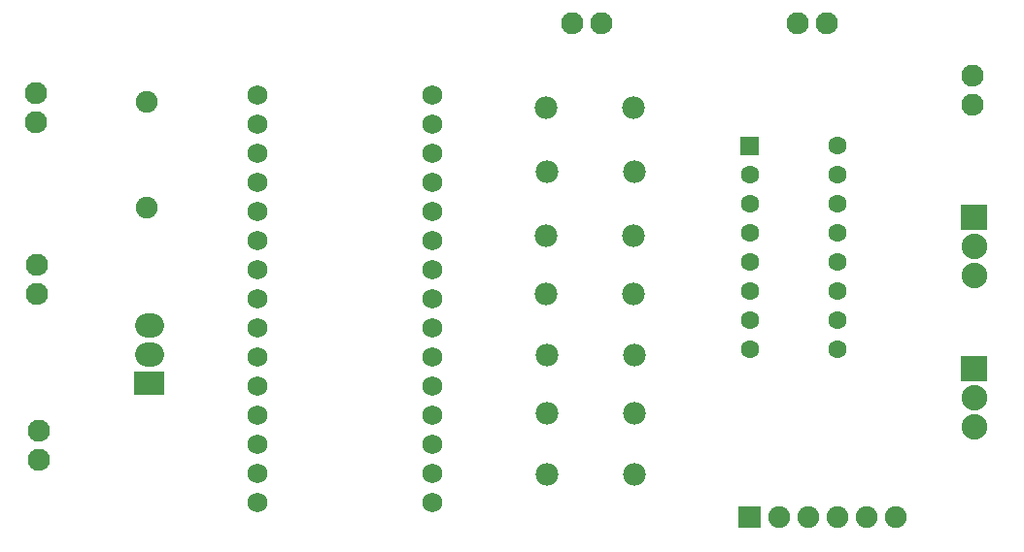
<source format=gts>
G04 Layer: TopSolderMaskLayer*
G04 EasyEDA v6.4.32, 2023-09-15 19:51:39*
G04 497bf7e82d6e43ea953c9b51e4a9abc3,83cefa92b6ce4236bac46178dd46d778,10*
G04 Gerber Generator version 0.2*
G04 Scale: 100 percent, Rotated: No, Reflected: No *
G04 Dimensions in millimeters *
G04 leading zeros omitted , absolute positions ,4 integer and 5 decimal *
%FSLAX45Y45*%
%MOMM*%

%ADD28C,2.1016*%
%ADD31C,2.2352*%
%ADD32C,1.9016*%
%ADD34C,1.7272*%
%ADD35C,1.9302*%
%ADD36C,1.9812*%
%ADD38C,1.6027*%

%LPD*%
D28*
X-8559398Y7391400D02*
G01*
X-8509398Y7391400D01*
X-8559398Y7645400D02*
G01*
X-8509398Y7645400D01*
G36*
X-8664447Y7032244D02*
G01*
X-8664447Y7242555D01*
X-8404352Y7242555D01*
X-8404352Y7032244D01*
G37*
G36*
X-1457960Y8473439D02*
G01*
X-1457960Y8696960D01*
X-1234439Y8696960D01*
X-1234439Y8473439D01*
G37*
D31*
G01*
X-1346200Y8331200D03*
G01*
X-1346200Y8077200D03*
G36*
X-1457960Y7152639D02*
G01*
X-1457960Y7376160D01*
X-1234439Y7376160D01*
X-1234439Y7152639D01*
G37*
G01*
X-1346200Y7010400D03*
G01*
X-1346200Y6756400D03*
D32*
G01*
X-2032000Y5969000D03*
G01*
X-2286000Y5969000D03*
G01*
X-2540000Y5969000D03*
G01*
X-2794000Y5969000D03*
G01*
X-3048000Y5969000D03*
G36*
X-3396995Y5874004D02*
G01*
X-3396995Y6063995D01*
X-3207004Y6063995D01*
X-3207004Y5874004D01*
G37*
D34*
G01*
X-6069304Y6099708D03*
G01*
X-6069304Y8131708D03*
G01*
X-6069304Y7877708D03*
G01*
X-6069304Y7623708D03*
G01*
X-6069304Y7369708D03*
G01*
X-6069304Y7115708D03*
G01*
X-6069304Y6861708D03*
G01*
X-7593304Y9401708D03*
G01*
X-7593304Y7115708D03*
G01*
X-6069304Y8893708D03*
G01*
X-6069304Y9147708D03*
G01*
X-6069304Y8639708D03*
G01*
X-6069304Y8385708D03*
G01*
X-6069304Y6607708D03*
G01*
X-6069304Y6353708D03*
G01*
X-6069304Y9401708D03*
G01*
X-6069304Y9655708D03*
G01*
X-7593304Y7369708D03*
G01*
X-7593304Y6861708D03*
G01*
X-7593304Y7623708D03*
G01*
X-7593304Y8893708D03*
G01*
X-7593304Y8382000D03*
G01*
X-7593304Y7877708D03*
G01*
X-7593304Y6607708D03*
G01*
X-7593304Y9147708D03*
G01*
X-7593304Y8639708D03*
G01*
X-7593304Y8131708D03*
G01*
X-7593304Y6353708D03*
G01*
X-7593304Y6099708D03*
G01*
X-7593304Y9655708D03*
D35*
G01*
X-9525000Y9664700D03*
G01*
X-9525000Y9410700D03*
G01*
X-4597400Y10274300D03*
G01*
X-4851400Y10274300D03*
G01*
X-9512300Y8166100D03*
G01*
X-9512300Y7912100D03*
G01*
X-9499600Y6718300D03*
G01*
X-9499600Y6464300D03*
G01*
X-1358900Y9563100D03*
G01*
X-1358900Y9817100D03*
G01*
X-2628900Y10274300D03*
G01*
X-2882900Y10274300D03*
D36*
G01*
X-5067300Y6337300D03*
G01*
X-4305300Y6337300D03*
G01*
X-5080000Y8420100D03*
G01*
X-4318000Y8420100D03*
G01*
X-5080000Y7912100D03*
G01*
X-4318000Y7912100D03*
G01*
X-5067300Y7378700D03*
G01*
X-4305300Y7378700D03*
G01*
X-5067300Y6870700D03*
G01*
X-4305300Y6870700D03*
G01*
X-5067300Y8978900D03*
G01*
X-4305300Y8978900D03*
G01*
X-5080000Y9537700D03*
G01*
X-4318000Y9537700D03*
G36*
X-3382010Y9127236D02*
G01*
X-3382010Y9287510D01*
X-3221736Y9287510D01*
X-3221736Y9127236D01*
G37*
D38*
G01*
X-3302000Y8953500D03*
G01*
X-3302000Y8699500D03*
G01*
X-3302000Y8445500D03*
G01*
X-3302000Y8191500D03*
G01*
X-3302000Y7937500D03*
G01*
X-3302000Y7683500D03*
G01*
X-3302000Y7429500D03*
G01*
X-2540000Y7683500D03*
G01*
X-2540000Y7937500D03*
G01*
X-2540000Y8191500D03*
G01*
X-2540000Y8445500D03*
G01*
X-2540000Y8699500D03*
G01*
X-2540000Y8953500D03*
G01*
X-2540000Y9207500D03*
G01*
X-2540000Y7429500D03*
D32*
G01*
X-8559800Y9591294D03*
G01*
X-8559800Y8671305D03*
M02*

</source>
